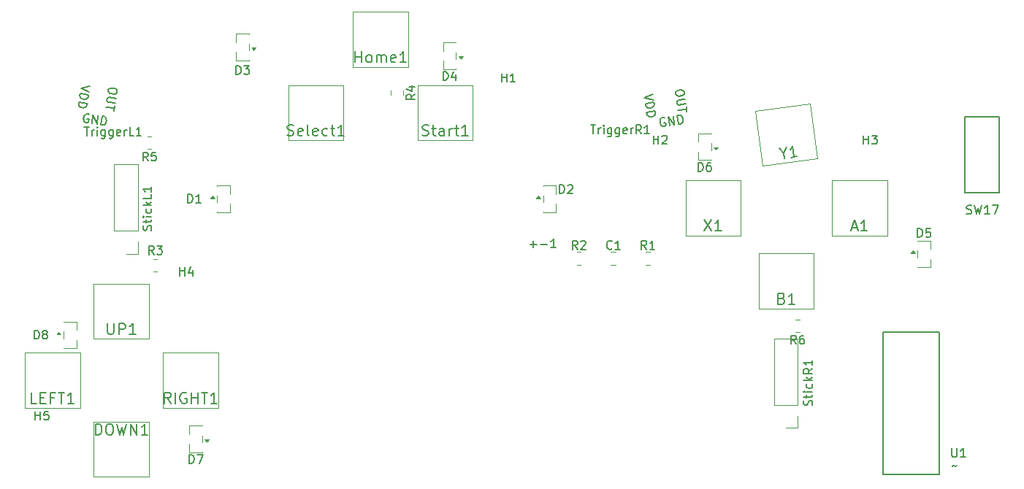
<source format=gbr>
%TF.GenerationSoftware,KiCad,Pcbnew,9.0.7*%
%TF.CreationDate,2026-01-05T21:06:01+01:00*%
%TF.ProjectId,pcb_phone_controller,7063625f-7068-46f6-9e65-5f636f6e7472,rev?*%
%TF.SameCoordinates,Original*%
%TF.FileFunction,Legend,Top*%
%TF.FilePolarity,Positive*%
%FSLAX46Y46*%
G04 Gerber Fmt 4.6, Leading zero omitted, Abs format (unit mm)*
G04 Created by KiCad (PCBNEW 9.0.7) date 2026-01-05 21:06:01*
%MOMM*%
%LPD*%
G01*
G04 APERTURE LIST*
%ADD10C,0.200000*%
%ADD11C,0.150000*%
%ADD12C,0.120000*%
%ADD13C,0.100000*%
%ADD14C,0.152400*%
G04 APERTURE END LIST*
D10*
X208225000Y-131050000D02*
X214750000Y-131050000D01*
X214750000Y-147575000D01*
X208225000Y-147575000D01*
X208225000Y-131050000D01*
D11*
X176833333Y-121359580D02*
X176785714Y-121407200D01*
X176785714Y-121407200D02*
X176642857Y-121454819D01*
X176642857Y-121454819D02*
X176547619Y-121454819D01*
X176547619Y-121454819D02*
X176404762Y-121407200D01*
X176404762Y-121407200D02*
X176309524Y-121311961D01*
X176309524Y-121311961D02*
X176261905Y-121216723D01*
X176261905Y-121216723D02*
X176214286Y-121026247D01*
X176214286Y-121026247D02*
X176214286Y-120883390D01*
X176214286Y-120883390D02*
X176261905Y-120692914D01*
X176261905Y-120692914D02*
X176309524Y-120597676D01*
X176309524Y-120597676D02*
X176404762Y-120502438D01*
X176404762Y-120502438D02*
X176547619Y-120454819D01*
X176547619Y-120454819D02*
X176642857Y-120454819D01*
X176642857Y-120454819D02*
X176785714Y-120502438D01*
X176785714Y-120502438D02*
X176833333Y-120550057D01*
X177785714Y-121454819D02*
X177214286Y-121454819D01*
X177500000Y-121454819D02*
X177500000Y-120454819D01*
X177500000Y-120454819D02*
X177404762Y-120597676D01*
X177404762Y-120597676D02*
X177309524Y-120692914D01*
X177309524Y-120692914D02*
X177214286Y-120740533D01*
X139204048Y-108212940D02*
X139385477Y-108273416D01*
X139385477Y-108273416D02*
X139687858Y-108273416D01*
X139687858Y-108273416D02*
X139808810Y-108212940D01*
X139808810Y-108212940D02*
X139869286Y-108152463D01*
X139869286Y-108152463D02*
X139929763Y-108031511D01*
X139929763Y-108031511D02*
X139929763Y-107910559D01*
X139929763Y-107910559D02*
X139869286Y-107789606D01*
X139869286Y-107789606D02*
X139808810Y-107729130D01*
X139808810Y-107729130D02*
X139687858Y-107668654D01*
X139687858Y-107668654D02*
X139445953Y-107608178D01*
X139445953Y-107608178D02*
X139325001Y-107547701D01*
X139325001Y-107547701D02*
X139264524Y-107487225D01*
X139264524Y-107487225D02*
X139204048Y-107366273D01*
X139204048Y-107366273D02*
X139204048Y-107245320D01*
X139204048Y-107245320D02*
X139264524Y-107124368D01*
X139264524Y-107124368D02*
X139325001Y-107063892D01*
X139325001Y-107063892D02*
X139445953Y-107003416D01*
X139445953Y-107003416D02*
X139748334Y-107003416D01*
X139748334Y-107003416D02*
X139929763Y-107063892D01*
X140957858Y-108212940D02*
X140836906Y-108273416D01*
X140836906Y-108273416D02*
X140595001Y-108273416D01*
X140595001Y-108273416D02*
X140474048Y-108212940D01*
X140474048Y-108212940D02*
X140413572Y-108091987D01*
X140413572Y-108091987D02*
X140413572Y-107608178D01*
X140413572Y-107608178D02*
X140474048Y-107487225D01*
X140474048Y-107487225D02*
X140595001Y-107426749D01*
X140595001Y-107426749D02*
X140836906Y-107426749D01*
X140836906Y-107426749D02*
X140957858Y-107487225D01*
X140957858Y-107487225D02*
X141018334Y-107608178D01*
X141018334Y-107608178D02*
X141018334Y-107729130D01*
X141018334Y-107729130D02*
X140413572Y-107850082D01*
X141744048Y-108273416D02*
X141623096Y-108212940D01*
X141623096Y-108212940D02*
X141562619Y-108091987D01*
X141562619Y-108091987D02*
X141562619Y-107003416D01*
X142711667Y-108212940D02*
X142590715Y-108273416D01*
X142590715Y-108273416D02*
X142348810Y-108273416D01*
X142348810Y-108273416D02*
X142227857Y-108212940D01*
X142227857Y-108212940D02*
X142167381Y-108091987D01*
X142167381Y-108091987D02*
X142167381Y-107608178D01*
X142167381Y-107608178D02*
X142227857Y-107487225D01*
X142227857Y-107487225D02*
X142348810Y-107426749D01*
X142348810Y-107426749D02*
X142590715Y-107426749D01*
X142590715Y-107426749D02*
X142711667Y-107487225D01*
X142711667Y-107487225D02*
X142772143Y-107608178D01*
X142772143Y-107608178D02*
X142772143Y-107729130D01*
X142772143Y-107729130D02*
X142167381Y-107850082D01*
X143860714Y-108212940D02*
X143739762Y-108273416D01*
X143739762Y-108273416D02*
X143497857Y-108273416D01*
X143497857Y-108273416D02*
X143376905Y-108212940D01*
X143376905Y-108212940D02*
X143316428Y-108152463D01*
X143316428Y-108152463D02*
X143255952Y-108031511D01*
X143255952Y-108031511D02*
X143255952Y-107668654D01*
X143255952Y-107668654D02*
X143316428Y-107547701D01*
X143316428Y-107547701D02*
X143376905Y-107487225D01*
X143376905Y-107487225D02*
X143497857Y-107426749D01*
X143497857Y-107426749D02*
X143739762Y-107426749D01*
X143739762Y-107426749D02*
X143860714Y-107487225D01*
X144223571Y-107426749D02*
X144707380Y-107426749D01*
X144404999Y-107003416D02*
X144404999Y-108091987D01*
X144404999Y-108091987D02*
X144465476Y-108212940D01*
X144465476Y-108212940D02*
X144586428Y-108273416D01*
X144586428Y-108273416D02*
X144707380Y-108273416D01*
X145795952Y-108273416D02*
X145070237Y-108273416D01*
X145433094Y-108273416D02*
X145433094Y-107003416D01*
X145433094Y-107003416D02*
X145312142Y-107184844D01*
X145312142Y-107184844D02*
X145191190Y-107305797D01*
X145191190Y-107305797D02*
X145070237Y-107366273D01*
X181638095Y-109254819D02*
X181638095Y-108254819D01*
X181638095Y-108731009D02*
X182209523Y-108731009D01*
X182209523Y-109254819D02*
X182209523Y-108254819D01*
X182638095Y-108350057D02*
X182685714Y-108302438D01*
X182685714Y-108302438D02*
X182780952Y-108254819D01*
X182780952Y-108254819D02*
X183019047Y-108254819D01*
X183019047Y-108254819D02*
X183114285Y-108302438D01*
X183114285Y-108302438D02*
X183161904Y-108350057D01*
X183161904Y-108350057D02*
X183209523Y-108445295D01*
X183209523Y-108445295D02*
X183209523Y-108540533D01*
X183209523Y-108540533D02*
X183161904Y-108683390D01*
X183161904Y-108683390D02*
X182590476Y-109254819D01*
X182590476Y-109254819D02*
X183209523Y-109254819D01*
X180833333Y-121454819D02*
X180500000Y-120978628D01*
X180261905Y-121454819D02*
X180261905Y-120454819D01*
X180261905Y-120454819D02*
X180642857Y-120454819D01*
X180642857Y-120454819D02*
X180738095Y-120502438D01*
X180738095Y-120502438D02*
X180785714Y-120550057D01*
X180785714Y-120550057D02*
X180833333Y-120645295D01*
X180833333Y-120645295D02*
X180833333Y-120788152D01*
X180833333Y-120788152D02*
X180785714Y-120883390D01*
X180785714Y-120883390D02*
X180738095Y-120931009D01*
X180738095Y-120931009D02*
X180642857Y-120978628D01*
X180642857Y-120978628D02*
X180261905Y-120978628D01*
X181785714Y-121454819D02*
X181214286Y-121454819D01*
X181500000Y-121454819D02*
X181500000Y-120454819D01*
X181500000Y-120454819D02*
X181404762Y-120597676D01*
X181404762Y-120597676D02*
X181309524Y-120692914D01*
X181309524Y-120692914D02*
X181214286Y-120740533D01*
X154839047Y-108212940D02*
X155020476Y-108273416D01*
X155020476Y-108273416D02*
X155322857Y-108273416D01*
X155322857Y-108273416D02*
X155443809Y-108212940D01*
X155443809Y-108212940D02*
X155504285Y-108152463D01*
X155504285Y-108152463D02*
X155564762Y-108031511D01*
X155564762Y-108031511D02*
X155564762Y-107910559D01*
X155564762Y-107910559D02*
X155504285Y-107789606D01*
X155504285Y-107789606D02*
X155443809Y-107729130D01*
X155443809Y-107729130D02*
X155322857Y-107668654D01*
X155322857Y-107668654D02*
X155080952Y-107608178D01*
X155080952Y-107608178D02*
X154960000Y-107547701D01*
X154960000Y-107547701D02*
X154899523Y-107487225D01*
X154899523Y-107487225D02*
X154839047Y-107366273D01*
X154839047Y-107366273D02*
X154839047Y-107245320D01*
X154839047Y-107245320D02*
X154899523Y-107124368D01*
X154899523Y-107124368D02*
X154960000Y-107063892D01*
X154960000Y-107063892D02*
X155080952Y-107003416D01*
X155080952Y-107003416D02*
X155383333Y-107003416D01*
X155383333Y-107003416D02*
X155564762Y-107063892D01*
X155927619Y-107426749D02*
X156411428Y-107426749D01*
X156109047Y-107003416D02*
X156109047Y-108091987D01*
X156109047Y-108091987D02*
X156169524Y-108212940D01*
X156169524Y-108212940D02*
X156290476Y-108273416D01*
X156290476Y-108273416D02*
X156411428Y-108273416D01*
X157379047Y-108273416D02*
X157379047Y-107608178D01*
X157379047Y-107608178D02*
X157318571Y-107487225D01*
X157318571Y-107487225D02*
X157197619Y-107426749D01*
X157197619Y-107426749D02*
X156955714Y-107426749D01*
X156955714Y-107426749D02*
X156834761Y-107487225D01*
X157379047Y-108212940D02*
X157258095Y-108273416D01*
X157258095Y-108273416D02*
X156955714Y-108273416D01*
X156955714Y-108273416D02*
X156834761Y-108212940D01*
X156834761Y-108212940D02*
X156774285Y-108091987D01*
X156774285Y-108091987D02*
X156774285Y-107971035D01*
X156774285Y-107971035D02*
X156834761Y-107850082D01*
X156834761Y-107850082D02*
X156955714Y-107789606D01*
X156955714Y-107789606D02*
X157258095Y-107789606D01*
X157258095Y-107789606D02*
X157379047Y-107729130D01*
X157983809Y-108273416D02*
X157983809Y-107426749D01*
X157983809Y-107668654D02*
X158044286Y-107547701D01*
X158044286Y-107547701D02*
X158104762Y-107487225D01*
X158104762Y-107487225D02*
X158225714Y-107426749D01*
X158225714Y-107426749D02*
X158346667Y-107426749D01*
X158588571Y-107426749D02*
X159072380Y-107426749D01*
X158769999Y-107003416D02*
X158769999Y-108091987D01*
X158769999Y-108091987D02*
X158830476Y-108212940D01*
X158830476Y-108212940D02*
X158951428Y-108273416D01*
X158951428Y-108273416D02*
X159072380Y-108273416D01*
X160160952Y-108273416D02*
X159435237Y-108273416D01*
X159798094Y-108273416D02*
X159798094Y-107003416D01*
X159798094Y-107003416D02*
X159677142Y-107184844D01*
X159677142Y-107184844D02*
X159556190Y-107305797D01*
X159556190Y-107305797D02*
X159435237Y-107366273D01*
X217940476Y-117307200D02*
X218083333Y-117354819D01*
X218083333Y-117354819D02*
X218321428Y-117354819D01*
X218321428Y-117354819D02*
X218416666Y-117307200D01*
X218416666Y-117307200D02*
X218464285Y-117259580D01*
X218464285Y-117259580D02*
X218511904Y-117164342D01*
X218511904Y-117164342D02*
X218511904Y-117069104D01*
X218511904Y-117069104D02*
X218464285Y-116973866D01*
X218464285Y-116973866D02*
X218416666Y-116926247D01*
X218416666Y-116926247D02*
X218321428Y-116878628D01*
X218321428Y-116878628D02*
X218130952Y-116831009D01*
X218130952Y-116831009D02*
X218035714Y-116783390D01*
X218035714Y-116783390D02*
X217988095Y-116735771D01*
X217988095Y-116735771D02*
X217940476Y-116640533D01*
X217940476Y-116640533D02*
X217940476Y-116545295D01*
X217940476Y-116545295D02*
X217988095Y-116450057D01*
X217988095Y-116450057D02*
X218035714Y-116402438D01*
X218035714Y-116402438D02*
X218130952Y-116354819D01*
X218130952Y-116354819D02*
X218369047Y-116354819D01*
X218369047Y-116354819D02*
X218511904Y-116402438D01*
X218845238Y-116354819D02*
X219083333Y-117354819D01*
X219083333Y-117354819D02*
X219273809Y-116640533D01*
X219273809Y-116640533D02*
X219464285Y-117354819D01*
X219464285Y-117354819D02*
X219702381Y-116354819D01*
X220607142Y-117354819D02*
X220035714Y-117354819D01*
X220321428Y-117354819D02*
X220321428Y-116354819D01*
X220321428Y-116354819D02*
X220226190Y-116497676D01*
X220226190Y-116497676D02*
X220130952Y-116592914D01*
X220130952Y-116592914D02*
X220035714Y-116640533D01*
X220940476Y-116354819D02*
X221607142Y-116354819D01*
X221607142Y-116354819D02*
X221178571Y-117354819D01*
X133261905Y-101154819D02*
X133261905Y-100154819D01*
X133261905Y-100154819D02*
X133500000Y-100154819D01*
X133500000Y-100154819D02*
X133642857Y-100202438D01*
X133642857Y-100202438D02*
X133738095Y-100297676D01*
X133738095Y-100297676D02*
X133785714Y-100392914D01*
X133785714Y-100392914D02*
X133833333Y-100583390D01*
X133833333Y-100583390D02*
X133833333Y-100726247D01*
X133833333Y-100726247D02*
X133785714Y-100916723D01*
X133785714Y-100916723D02*
X133738095Y-101011961D01*
X133738095Y-101011961D02*
X133642857Y-101107200D01*
X133642857Y-101107200D02*
X133500000Y-101154819D01*
X133500000Y-101154819D02*
X133261905Y-101154819D01*
X134166667Y-100154819D02*
X134785714Y-100154819D01*
X134785714Y-100154819D02*
X134452381Y-100535771D01*
X134452381Y-100535771D02*
X134595238Y-100535771D01*
X134595238Y-100535771D02*
X134690476Y-100583390D01*
X134690476Y-100583390D02*
X134738095Y-100631009D01*
X134738095Y-100631009D02*
X134785714Y-100726247D01*
X134785714Y-100726247D02*
X134785714Y-100964342D01*
X134785714Y-100964342D02*
X134738095Y-101059580D01*
X134738095Y-101059580D02*
X134690476Y-101107200D01*
X134690476Y-101107200D02*
X134595238Y-101154819D01*
X134595238Y-101154819D02*
X134309524Y-101154819D01*
X134309524Y-101154819D02*
X134214286Y-101107200D01*
X134214286Y-101107200D02*
X134166667Y-101059580D01*
X123033333Y-111204819D02*
X122700000Y-110728628D01*
X122461905Y-111204819D02*
X122461905Y-110204819D01*
X122461905Y-110204819D02*
X122842857Y-110204819D01*
X122842857Y-110204819D02*
X122938095Y-110252438D01*
X122938095Y-110252438D02*
X122985714Y-110300057D01*
X122985714Y-110300057D02*
X123033333Y-110395295D01*
X123033333Y-110395295D02*
X123033333Y-110538152D01*
X123033333Y-110538152D02*
X122985714Y-110633390D01*
X122985714Y-110633390D02*
X122938095Y-110681009D01*
X122938095Y-110681009D02*
X122842857Y-110728628D01*
X122842857Y-110728628D02*
X122461905Y-110728628D01*
X123938095Y-110204819D02*
X123461905Y-110204819D01*
X123461905Y-110204819D02*
X123414286Y-110681009D01*
X123414286Y-110681009D02*
X123461905Y-110633390D01*
X123461905Y-110633390D02*
X123557143Y-110585771D01*
X123557143Y-110585771D02*
X123795238Y-110585771D01*
X123795238Y-110585771D02*
X123890476Y-110633390D01*
X123890476Y-110633390D02*
X123938095Y-110681009D01*
X123938095Y-110681009D02*
X123985714Y-110776247D01*
X123985714Y-110776247D02*
X123985714Y-111014342D01*
X123985714Y-111014342D02*
X123938095Y-111109580D01*
X123938095Y-111109580D02*
X123890476Y-111157200D01*
X123890476Y-111157200D02*
X123795238Y-111204819D01*
X123795238Y-111204819D02*
X123557143Y-111204819D01*
X123557143Y-111204819D02*
X123461905Y-111157200D01*
X123461905Y-111157200D02*
X123414286Y-111109580D01*
X198183333Y-132454819D02*
X197850000Y-131978628D01*
X197611905Y-132454819D02*
X197611905Y-131454819D01*
X197611905Y-131454819D02*
X197992857Y-131454819D01*
X197992857Y-131454819D02*
X198088095Y-131502438D01*
X198088095Y-131502438D02*
X198135714Y-131550057D01*
X198135714Y-131550057D02*
X198183333Y-131645295D01*
X198183333Y-131645295D02*
X198183333Y-131788152D01*
X198183333Y-131788152D02*
X198135714Y-131883390D01*
X198135714Y-131883390D02*
X198088095Y-131931009D01*
X198088095Y-131931009D02*
X197992857Y-131978628D01*
X197992857Y-131978628D02*
X197611905Y-131978628D01*
X199040476Y-131454819D02*
X198850000Y-131454819D01*
X198850000Y-131454819D02*
X198754762Y-131502438D01*
X198754762Y-131502438D02*
X198707143Y-131550057D01*
X198707143Y-131550057D02*
X198611905Y-131692914D01*
X198611905Y-131692914D02*
X198564286Y-131883390D01*
X198564286Y-131883390D02*
X198564286Y-132264342D01*
X198564286Y-132264342D02*
X198611905Y-132359580D01*
X198611905Y-132359580D02*
X198659524Y-132407200D01*
X198659524Y-132407200D02*
X198754762Y-132454819D01*
X198754762Y-132454819D02*
X198945238Y-132454819D01*
X198945238Y-132454819D02*
X199040476Y-132407200D01*
X199040476Y-132407200D02*
X199088095Y-132359580D01*
X199088095Y-132359580D02*
X199135714Y-132264342D01*
X199135714Y-132264342D02*
X199135714Y-132026247D01*
X199135714Y-132026247D02*
X199088095Y-131931009D01*
X199088095Y-131931009D02*
X199040476Y-131883390D01*
X199040476Y-131883390D02*
X198945238Y-131835771D01*
X198945238Y-131835771D02*
X198754762Y-131835771D01*
X198754762Y-131835771D02*
X198659524Y-131883390D01*
X198659524Y-131883390D02*
X198611905Y-131931009D01*
X198611905Y-131931009D02*
X198564286Y-132026247D01*
X127824405Y-146304819D02*
X127824405Y-145304819D01*
X127824405Y-145304819D02*
X128062500Y-145304819D01*
X128062500Y-145304819D02*
X128205357Y-145352438D01*
X128205357Y-145352438D02*
X128300595Y-145447676D01*
X128300595Y-145447676D02*
X128348214Y-145542914D01*
X128348214Y-145542914D02*
X128395833Y-145733390D01*
X128395833Y-145733390D02*
X128395833Y-145876247D01*
X128395833Y-145876247D02*
X128348214Y-146066723D01*
X128348214Y-146066723D02*
X128300595Y-146161961D01*
X128300595Y-146161961D02*
X128205357Y-146257200D01*
X128205357Y-146257200D02*
X128062500Y-146304819D01*
X128062500Y-146304819D02*
X127824405Y-146304819D01*
X128729167Y-145304819D02*
X129395833Y-145304819D01*
X129395833Y-145304819D02*
X128967262Y-146304819D01*
X109988095Y-141254819D02*
X109988095Y-140254819D01*
X109988095Y-140731009D02*
X110559523Y-140731009D01*
X110559523Y-141254819D02*
X110559523Y-140254819D01*
X111511904Y-140254819D02*
X111035714Y-140254819D01*
X111035714Y-140254819D02*
X110988095Y-140731009D01*
X110988095Y-140731009D02*
X111035714Y-140683390D01*
X111035714Y-140683390D02*
X111130952Y-140635771D01*
X111130952Y-140635771D02*
X111369047Y-140635771D01*
X111369047Y-140635771D02*
X111464285Y-140683390D01*
X111464285Y-140683390D02*
X111511904Y-140731009D01*
X111511904Y-140731009D02*
X111559523Y-140826247D01*
X111559523Y-140826247D02*
X111559523Y-141064342D01*
X111559523Y-141064342D02*
X111511904Y-141159580D01*
X111511904Y-141159580D02*
X111464285Y-141207200D01*
X111464285Y-141207200D02*
X111369047Y-141254819D01*
X111369047Y-141254819D02*
X111130952Y-141254819D01*
X111130952Y-141254819D02*
X111035714Y-141207200D01*
X111035714Y-141207200D02*
X110988095Y-141159580D01*
X212261905Y-120054819D02*
X212261905Y-119054819D01*
X212261905Y-119054819D02*
X212500000Y-119054819D01*
X212500000Y-119054819D02*
X212642857Y-119102438D01*
X212642857Y-119102438D02*
X212738095Y-119197676D01*
X212738095Y-119197676D02*
X212785714Y-119292914D01*
X212785714Y-119292914D02*
X212833333Y-119483390D01*
X212833333Y-119483390D02*
X212833333Y-119626247D01*
X212833333Y-119626247D02*
X212785714Y-119816723D01*
X212785714Y-119816723D02*
X212738095Y-119911961D01*
X212738095Y-119911961D02*
X212642857Y-120007200D01*
X212642857Y-120007200D02*
X212500000Y-120054819D01*
X212500000Y-120054819D02*
X212261905Y-120054819D01*
X213738095Y-119054819D02*
X213261905Y-119054819D01*
X213261905Y-119054819D02*
X213214286Y-119531009D01*
X213214286Y-119531009D02*
X213261905Y-119483390D01*
X213261905Y-119483390D02*
X213357143Y-119435771D01*
X213357143Y-119435771D02*
X213595238Y-119435771D01*
X213595238Y-119435771D02*
X213690476Y-119483390D01*
X213690476Y-119483390D02*
X213738095Y-119531009D01*
X213738095Y-119531009D02*
X213785714Y-119626247D01*
X213785714Y-119626247D02*
X213785714Y-119864342D01*
X213785714Y-119864342D02*
X213738095Y-119959580D01*
X213738095Y-119959580D02*
X213690476Y-120007200D01*
X213690476Y-120007200D02*
X213595238Y-120054819D01*
X213595238Y-120054819D02*
X213357143Y-120054819D01*
X213357143Y-120054819D02*
X213261905Y-120007200D01*
X213261905Y-120007200D02*
X213214286Y-119959580D01*
X123407200Y-119253809D02*
X123454819Y-119110952D01*
X123454819Y-119110952D02*
X123454819Y-118872857D01*
X123454819Y-118872857D02*
X123407200Y-118777619D01*
X123407200Y-118777619D02*
X123359580Y-118730000D01*
X123359580Y-118730000D02*
X123264342Y-118682381D01*
X123264342Y-118682381D02*
X123169104Y-118682381D01*
X123169104Y-118682381D02*
X123073866Y-118730000D01*
X123073866Y-118730000D02*
X123026247Y-118777619D01*
X123026247Y-118777619D02*
X122978628Y-118872857D01*
X122978628Y-118872857D02*
X122931009Y-119063333D01*
X122931009Y-119063333D02*
X122883390Y-119158571D01*
X122883390Y-119158571D02*
X122835771Y-119206190D01*
X122835771Y-119206190D02*
X122740533Y-119253809D01*
X122740533Y-119253809D02*
X122645295Y-119253809D01*
X122645295Y-119253809D02*
X122550057Y-119206190D01*
X122550057Y-119206190D02*
X122502438Y-119158571D01*
X122502438Y-119158571D02*
X122454819Y-119063333D01*
X122454819Y-119063333D02*
X122454819Y-118825238D01*
X122454819Y-118825238D02*
X122502438Y-118682381D01*
X122788152Y-118396666D02*
X122788152Y-118015714D01*
X122454819Y-118253809D02*
X123311961Y-118253809D01*
X123311961Y-118253809D02*
X123407200Y-118206190D01*
X123407200Y-118206190D02*
X123454819Y-118110952D01*
X123454819Y-118110952D02*
X123454819Y-118015714D01*
X123454819Y-117682380D02*
X122788152Y-117682380D01*
X122454819Y-117682380D02*
X122502438Y-117729999D01*
X122502438Y-117729999D02*
X122550057Y-117682380D01*
X122550057Y-117682380D02*
X122502438Y-117634761D01*
X122502438Y-117634761D02*
X122454819Y-117682380D01*
X122454819Y-117682380D02*
X122550057Y-117682380D01*
X123407200Y-116777619D02*
X123454819Y-116872857D01*
X123454819Y-116872857D02*
X123454819Y-117063333D01*
X123454819Y-117063333D02*
X123407200Y-117158571D01*
X123407200Y-117158571D02*
X123359580Y-117206190D01*
X123359580Y-117206190D02*
X123264342Y-117253809D01*
X123264342Y-117253809D02*
X122978628Y-117253809D01*
X122978628Y-117253809D02*
X122883390Y-117206190D01*
X122883390Y-117206190D02*
X122835771Y-117158571D01*
X122835771Y-117158571D02*
X122788152Y-117063333D01*
X122788152Y-117063333D02*
X122788152Y-116872857D01*
X122788152Y-116872857D02*
X122835771Y-116777619D01*
X123454819Y-116349047D02*
X122454819Y-116349047D01*
X123073866Y-116253809D02*
X123454819Y-115968095D01*
X122788152Y-115968095D02*
X123169104Y-116349047D01*
X123454819Y-115063333D02*
X123454819Y-115539523D01*
X123454819Y-115539523D02*
X122454819Y-115539523D01*
X123454819Y-114206190D02*
X123454819Y-114777618D01*
X123454819Y-114491904D02*
X122454819Y-114491904D01*
X122454819Y-114491904D02*
X122597676Y-114587142D01*
X122597676Y-114587142D02*
X122692914Y-114682380D01*
X122692914Y-114682380D02*
X122740533Y-114777618D01*
X115642857Y-107254819D02*
X116214285Y-107254819D01*
X115928571Y-108254819D02*
X115928571Y-107254819D01*
X116547619Y-108254819D02*
X116547619Y-107588152D01*
X116547619Y-107778628D02*
X116595238Y-107683390D01*
X116595238Y-107683390D02*
X116642857Y-107635771D01*
X116642857Y-107635771D02*
X116738095Y-107588152D01*
X116738095Y-107588152D02*
X116833333Y-107588152D01*
X117166667Y-108254819D02*
X117166667Y-107588152D01*
X117166667Y-107254819D02*
X117119048Y-107302438D01*
X117119048Y-107302438D02*
X117166667Y-107350057D01*
X117166667Y-107350057D02*
X117214286Y-107302438D01*
X117214286Y-107302438D02*
X117166667Y-107254819D01*
X117166667Y-107254819D02*
X117166667Y-107350057D01*
X118071428Y-107588152D02*
X118071428Y-108397676D01*
X118071428Y-108397676D02*
X118023809Y-108492914D01*
X118023809Y-108492914D02*
X117976190Y-108540533D01*
X117976190Y-108540533D02*
X117880952Y-108588152D01*
X117880952Y-108588152D02*
X117738095Y-108588152D01*
X117738095Y-108588152D02*
X117642857Y-108540533D01*
X118071428Y-108207200D02*
X117976190Y-108254819D01*
X117976190Y-108254819D02*
X117785714Y-108254819D01*
X117785714Y-108254819D02*
X117690476Y-108207200D01*
X117690476Y-108207200D02*
X117642857Y-108159580D01*
X117642857Y-108159580D02*
X117595238Y-108064342D01*
X117595238Y-108064342D02*
X117595238Y-107778628D01*
X117595238Y-107778628D02*
X117642857Y-107683390D01*
X117642857Y-107683390D02*
X117690476Y-107635771D01*
X117690476Y-107635771D02*
X117785714Y-107588152D01*
X117785714Y-107588152D02*
X117976190Y-107588152D01*
X117976190Y-107588152D02*
X118071428Y-107635771D01*
X118976190Y-107588152D02*
X118976190Y-108397676D01*
X118976190Y-108397676D02*
X118928571Y-108492914D01*
X118928571Y-108492914D02*
X118880952Y-108540533D01*
X118880952Y-108540533D02*
X118785714Y-108588152D01*
X118785714Y-108588152D02*
X118642857Y-108588152D01*
X118642857Y-108588152D02*
X118547619Y-108540533D01*
X118976190Y-108207200D02*
X118880952Y-108254819D01*
X118880952Y-108254819D02*
X118690476Y-108254819D01*
X118690476Y-108254819D02*
X118595238Y-108207200D01*
X118595238Y-108207200D02*
X118547619Y-108159580D01*
X118547619Y-108159580D02*
X118500000Y-108064342D01*
X118500000Y-108064342D02*
X118500000Y-107778628D01*
X118500000Y-107778628D02*
X118547619Y-107683390D01*
X118547619Y-107683390D02*
X118595238Y-107635771D01*
X118595238Y-107635771D02*
X118690476Y-107588152D01*
X118690476Y-107588152D02*
X118880952Y-107588152D01*
X118880952Y-107588152D02*
X118976190Y-107635771D01*
X119833333Y-108207200D02*
X119738095Y-108254819D01*
X119738095Y-108254819D02*
X119547619Y-108254819D01*
X119547619Y-108254819D02*
X119452381Y-108207200D01*
X119452381Y-108207200D02*
X119404762Y-108111961D01*
X119404762Y-108111961D02*
X119404762Y-107731009D01*
X119404762Y-107731009D02*
X119452381Y-107635771D01*
X119452381Y-107635771D02*
X119547619Y-107588152D01*
X119547619Y-107588152D02*
X119738095Y-107588152D01*
X119738095Y-107588152D02*
X119833333Y-107635771D01*
X119833333Y-107635771D02*
X119880952Y-107731009D01*
X119880952Y-107731009D02*
X119880952Y-107826247D01*
X119880952Y-107826247D02*
X119404762Y-107921485D01*
X120309524Y-108254819D02*
X120309524Y-107588152D01*
X120309524Y-107778628D02*
X120357143Y-107683390D01*
X120357143Y-107683390D02*
X120404762Y-107635771D01*
X120404762Y-107635771D02*
X120500000Y-107588152D01*
X120500000Y-107588152D02*
X120595238Y-107588152D01*
X121404762Y-108254819D02*
X120928572Y-108254819D01*
X120928572Y-108254819D02*
X120928572Y-107254819D01*
X122261905Y-108254819D02*
X121690477Y-108254819D01*
X121976191Y-108254819D02*
X121976191Y-107254819D01*
X121976191Y-107254819D02*
X121880953Y-107397676D01*
X121880953Y-107397676D02*
X121785715Y-107492914D01*
X121785715Y-107492914D02*
X121690477Y-107540533D01*
X119447542Y-103076729D02*
X119421516Y-103265419D01*
X119421516Y-103265419D02*
X119361331Y-103353258D01*
X119361331Y-103353258D02*
X119253974Y-103434590D01*
X119253974Y-103434590D02*
X119058778Y-103455737D01*
X119058778Y-103455737D02*
X118728570Y-103410193D01*
X118728570Y-103410193D02*
X118546387Y-103336996D01*
X118546387Y-103336996D02*
X118465054Y-103229638D01*
X118465054Y-103229638D02*
X118430895Y-103128787D01*
X118430895Y-103128787D02*
X118456920Y-102940097D01*
X118456920Y-102940097D02*
X118517105Y-102852258D01*
X118517105Y-102852258D02*
X118624462Y-102770926D01*
X118624462Y-102770926D02*
X118819658Y-102749779D01*
X118819658Y-102749779D02*
X119149866Y-102795323D01*
X119149866Y-102795323D02*
X119332049Y-102868520D01*
X119332049Y-102868520D02*
X119413382Y-102975878D01*
X119413382Y-102975878D02*
X119447542Y-103076729D01*
X119330428Y-103925834D02*
X118528496Y-103815227D01*
X118528496Y-103815227D02*
X118427645Y-103849387D01*
X118427645Y-103849387D02*
X118373966Y-103890053D01*
X118373966Y-103890053D02*
X118313781Y-103977891D01*
X118313781Y-103977891D02*
X118287756Y-104166581D01*
X118287756Y-104166581D02*
X118321916Y-104267433D01*
X118321916Y-104267433D02*
X118362582Y-104321111D01*
X118362582Y-104321111D02*
X118450421Y-104381296D01*
X118450421Y-104381296D02*
X119252353Y-104491903D01*
X119206809Y-104822110D02*
X119128734Y-105388180D01*
X118177149Y-104968513D02*
X119167771Y-105105145D01*
X116200430Y-105845174D02*
X116112591Y-105784989D01*
X116112591Y-105784989D02*
X115971074Y-105765470D01*
X115971074Y-105765470D02*
X115823050Y-105793124D01*
X115823050Y-105793124D02*
X115715693Y-105874456D01*
X115715693Y-105874456D02*
X115655508Y-105962295D01*
X115655508Y-105962295D02*
X115582310Y-106144478D01*
X115582310Y-106144478D02*
X115562791Y-106285996D01*
X115562791Y-106285996D02*
X115583939Y-106481192D01*
X115583939Y-106481192D02*
X115618099Y-106582043D01*
X115618099Y-106582043D02*
X115699431Y-106689401D01*
X115699431Y-106689401D02*
X115834442Y-106756092D01*
X115834442Y-106756092D02*
X115928787Y-106769104D01*
X115928787Y-106769104D02*
X116076811Y-106741451D01*
X116076811Y-106741451D02*
X116130489Y-106700785D01*
X116130489Y-106700785D02*
X116176033Y-106370577D01*
X116176033Y-106370577D02*
X115987344Y-106344552D01*
X116542029Y-106853686D02*
X116678661Y-105863064D01*
X116678661Y-105863064D02*
X117108099Y-106931762D01*
X117108099Y-106931762D02*
X117244731Y-105941140D01*
X117579823Y-106996824D02*
X117716455Y-106006203D01*
X117716455Y-106006203D02*
X117952318Y-106038734D01*
X117952318Y-106038734D02*
X118087329Y-106105425D01*
X118087329Y-106105425D02*
X118168661Y-106212783D01*
X118168661Y-106212783D02*
X118202821Y-106313634D01*
X118202821Y-106313634D02*
X118223968Y-106508830D01*
X118223968Y-106508830D02*
X118204450Y-106650348D01*
X118204450Y-106650348D02*
X118131252Y-106832531D01*
X118131252Y-106832531D02*
X118071067Y-106920370D01*
X118071067Y-106920370D02*
X117963709Y-107001702D01*
X117963709Y-107001702D02*
X117815686Y-107029356D01*
X117815686Y-107029356D02*
X117579823Y-106996824D01*
X116293086Y-102546522D02*
X115256920Y-102740097D01*
X115256920Y-102740097D02*
X116201998Y-103206936D01*
X115165832Y-103400512D02*
X116156454Y-103537144D01*
X116156454Y-103537144D02*
X116123922Y-103773006D01*
X116123922Y-103773006D02*
X116057231Y-103908017D01*
X116057231Y-103908017D02*
X115949873Y-103989350D01*
X115949873Y-103989350D02*
X115849022Y-104023510D01*
X115849022Y-104023510D02*
X115653826Y-104044657D01*
X115653826Y-104044657D02*
X115512308Y-104025138D01*
X115512308Y-104025138D02*
X115330125Y-103951940D01*
X115330125Y-103951940D02*
X115242286Y-103891755D01*
X115242286Y-103891755D02*
X115160954Y-103784398D01*
X115160954Y-103784398D02*
X115133300Y-103636374D01*
X115133300Y-103636374D02*
X115165832Y-103400512D01*
X115029200Y-104391134D02*
X116019822Y-104527766D01*
X116019822Y-104527766D02*
X115987290Y-104763628D01*
X115987290Y-104763628D02*
X115920599Y-104898639D01*
X115920599Y-104898639D02*
X115813241Y-104979972D01*
X115813241Y-104979972D02*
X115712390Y-105014131D01*
X115712390Y-105014131D02*
X115517194Y-105035279D01*
X115517194Y-105035279D02*
X115375676Y-105015760D01*
X115375676Y-105015760D02*
X115193493Y-104942562D01*
X115193493Y-104942562D02*
X115105654Y-104882377D01*
X115105654Y-104882377D02*
X115024322Y-104775020D01*
X115024322Y-104775020D02*
X114996668Y-104626996D01*
X114996668Y-104626996D02*
X115029200Y-104391134D01*
X196520076Y-127141707D02*
X196701504Y-127202183D01*
X196701504Y-127202183D02*
X196761981Y-127262659D01*
X196761981Y-127262659D02*
X196822457Y-127383611D01*
X196822457Y-127383611D02*
X196822457Y-127565040D01*
X196822457Y-127565040D02*
X196761981Y-127685992D01*
X196761981Y-127685992D02*
X196701504Y-127746469D01*
X196701504Y-127746469D02*
X196580552Y-127806945D01*
X196580552Y-127806945D02*
X196096742Y-127806945D01*
X196096742Y-127806945D02*
X196096742Y-126536945D01*
X196096742Y-126536945D02*
X196520076Y-126536945D01*
X196520076Y-126536945D02*
X196641028Y-126597421D01*
X196641028Y-126597421D02*
X196701504Y-126657897D01*
X196701504Y-126657897D02*
X196761981Y-126778849D01*
X196761981Y-126778849D02*
X196761981Y-126899802D01*
X196761981Y-126899802D02*
X196701504Y-127020754D01*
X196701504Y-127020754D02*
X196641028Y-127081230D01*
X196641028Y-127081230D02*
X196520076Y-127141707D01*
X196520076Y-127141707D02*
X196096742Y-127141707D01*
X198031981Y-127806945D02*
X197306266Y-127806945D01*
X197669123Y-127806945D02*
X197669123Y-126536945D01*
X197669123Y-126536945D02*
X197548171Y-126718373D01*
X197548171Y-126718373D02*
X197427219Y-126839326D01*
X197427219Y-126839326D02*
X197306266Y-126899802D01*
X147066904Y-99773417D02*
X147066904Y-98503417D01*
X147066904Y-99108179D02*
X147792619Y-99108179D01*
X147792619Y-99773417D02*
X147792619Y-98503417D01*
X148578809Y-99773417D02*
X148457857Y-99712941D01*
X148457857Y-99712941D02*
X148397380Y-99652464D01*
X148397380Y-99652464D02*
X148336904Y-99531512D01*
X148336904Y-99531512D02*
X148336904Y-99168655D01*
X148336904Y-99168655D02*
X148397380Y-99047702D01*
X148397380Y-99047702D02*
X148457857Y-98987226D01*
X148457857Y-98987226D02*
X148578809Y-98926750D01*
X148578809Y-98926750D02*
X148760238Y-98926750D01*
X148760238Y-98926750D02*
X148881190Y-98987226D01*
X148881190Y-98987226D02*
X148941666Y-99047702D01*
X148941666Y-99047702D02*
X149002142Y-99168655D01*
X149002142Y-99168655D02*
X149002142Y-99531512D01*
X149002142Y-99531512D02*
X148941666Y-99652464D01*
X148941666Y-99652464D02*
X148881190Y-99712941D01*
X148881190Y-99712941D02*
X148760238Y-99773417D01*
X148760238Y-99773417D02*
X148578809Y-99773417D01*
X149546428Y-99773417D02*
X149546428Y-98926750D01*
X149546428Y-99047702D02*
X149606905Y-98987226D01*
X149606905Y-98987226D02*
X149727857Y-98926750D01*
X149727857Y-98926750D02*
X149909286Y-98926750D01*
X149909286Y-98926750D02*
X150030238Y-98987226D01*
X150030238Y-98987226D02*
X150090714Y-99108179D01*
X150090714Y-99108179D02*
X150090714Y-99773417D01*
X150090714Y-99108179D02*
X150151190Y-98987226D01*
X150151190Y-98987226D02*
X150272143Y-98926750D01*
X150272143Y-98926750D02*
X150453571Y-98926750D01*
X150453571Y-98926750D02*
X150574524Y-98987226D01*
X150574524Y-98987226D02*
X150635000Y-99108179D01*
X150635000Y-99108179D02*
X150635000Y-99773417D01*
X151723571Y-99712941D02*
X151602619Y-99773417D01*
X151602619Y-99773417D02*
X151360714Y-99773417D01*
X151360714Y-99773417D02*
X151239761Y-99712941D01*
X151239761Y-99712941D02*
X151179285Y-99591988D01*
X151179285Y-99591988D02*
X151179285Y-99108179D01*
X151179285Y-99108179D02*
X151239761Y-98987226D01*
X151239761Y-98987226D02*
X151360714Y-98926750D01*
X151360714Y-98926750D02*
X151602619Y-98926750D01*
X151602619Y-98926750D02*
X151723571Y-98987226D01*
X151723571Y-98987226D02*
X151784047Y-99108179D01*
X151784047Y-99108179D02*
X151784047Y-99229131D01*
X151784047Y-99229131D02*
X151179285Y-99350083D01*
X152993571Y-99773417D02*
X152267856Y-99773417D01*
X152630713Y-99773417D02*
X152630713Y-98503417D01*
X152630713Y-98503417D02*
X152509761Y-98684845D01*
X152509761Y-98684845D02*
X152388809Y-98805798D01*
X152388809Y-98805798D02*
X152267856Y-98866274D01*
X164038095Y-102054819D02*
X164038095Y-101054819D01*
X164038095Y-101531009D02*
X164609523Y-101531009D01*
X164609523Y-102054819D02*
X164609523Y-101054819D01*
X165609523Y-102054819D02*
X165038095Y-102054819D01*
X165323809Y-102054819D02*
X165323809Y-101054819D01*
X165323809Y-101054819D02*
X165228571Y-101197676D01*
X165228571Y-101197676D02*
X165133333Y-101292914D01*
X165133333Y-101292914D02*
X165038095Y-101340533D01*
X116972304Y-142979726D02*
X116972304Y-141709726D01*
X116972304Y-141709726D02*
X117274685Y-141709726D01*
X117274685Y-141709726D02*
X117456114Y-141770202D01*
X117456114Y-141770202D02*
X117577066Y-141891154D01*
X117577066Y-141891154D02*
X117637543Y-142012107D01*
X117637543Y-142012107D02*
X117698019Y-142254011D01*
X117698019Y-142254011D02*
X117698019Y-142435440D01*
X117698019Y-142435440D02*
X117637543Y-142677345D01*
X117637543Y-142677345D02*
X117577066Y-142798297D01*
X117577066Y-142798297D02*
X117456114Y-142919250D01*
X117456114Y-142919250D02*
X117274685Y-142979726D01*
X117274685Y-142979726D02*
X116972304Y-142979726D01*
X118484209Y-141709726D02*
X118726114Y-141709726D01*
X118726114Y-141709726D02*
X118847066Y-141770202D01*
X118847066Y-141770202D02*
X118968019Y-141891154D01*
X118968019Y-141891154D02*
X119028495Y-142133059D01*
X119028495Y-142133059D02*
X119028495Y-142556392D01*
X119028495Y-142556392D02*
X118968019Y-142798297D01*
X118968019Y-142798297D02*
X118847066Y-142919250D01*
X118847066Y-142919250D02*
X118726114Y-142979726D01*
X118726114Y-142979726D02*
X118484209Y-142979726D01*
X118484209Y-142979726D02*
X118363257Y-142919250D01*
X118363257Y-142919250D02*
X118242304Y-142798297D01*
X118242304Y-142798297D02*
X118181828Y-142556392D01*
X118181828Y-142556392D02*
X118181828Y-142133059D01*
X118181828Y-142133059D02*
X118242304Y-141891154D01*
X118242304Y-141891154D02*
X118363257Y-141770202D01*
X118363257Y-141770202D02*
X118484209Y-141709726D01*
X119451828Y-141709726D02*
X119754209Y-142979726D01*
X119754209Y-142979726D02*
X119996114Y-142072583D01*
X119996114Y-142072583D02*
X120238019Y-142979726D01*
X120238019Y-142979726D02*
X120540400Y-141709726D01*
X121024209Y-142979726D02*
X121024209Y-141709726D01*
X121024209Y-141709726D02*
X121749924Y-142979726D01*
X121749924Y-142979726D02*
X121749924Y-141709726D01*
X123019924Y-142979726D02*
X122294209Y-142979726D01*
X122657066Y-142979726D02*
X122657066Y-141709726D01*
X122657066Y-141709726D02*
X122536114Y-141891154D01*
X122536114Y-141891154D02*
X122415162Y-142012107D01*
X122415162Y-142012107D02*
X122294209Y-142072583D01*
X186824405Y-112404819D02*
X186824405Y-111404819D01*
X186824405Y-111404819D02*
X187062500Y-111404819D01*
X187062500Y-111404819D02*
X187205357Y-111452438D01*
X187205357Y-111452438D02*
X187300595Y-111547676D01*
X187300595Y-111547676D02*
X187348214Y-111642914D01*
X187348214Y-111642914D02*
X187395833Y-111833390D01*
X187395833Y-111833390D02*
X187395833Y-111976247D01*
X187395833Y-111976247D02*
X187348214Y-112166723D01*
X187348214Y-112166723D02*
X187300595Y-112261961D01*
X187300595Y-112261961D02*
X187205357Y-112357200D01*
X187205357Y-112357200D02*
X187062500Y-112404819D01*
X187062500Y-112404819D02*
X186824405Y-112404819D01*
X188252976Y-111404819D02*
X188062500Y-111404819D01*
X188062500Y-111404819D02*
X187967262Y-111452438D01*
X187967262Y-111452438D02*
X187919643Y-111500057D01*
X187919643Y-111500057D02*
X187824405Y-111642914D01*
X187824405Y-111642914D02*
X187776786Y-111833390D01*
X187776786Y-111833390D02*
X187776786Y-112214342D01*
X187776786Y-112214342D02*
X187824405Y-112309580D01*
X187824405Y-112309580D02*
X187872024Y-112357200D01*
X187872024Y-112357200D02*
X187967262Y-112404819D01*
X187967262Y-112404819D02*
X188157738Y-112404819D01*
X188157738Y-112404819D02*
X188252976Y-112357200D01*
X188252976Y-112357200D02*
X188300595Y-112309580D01*
X188300595Y-112309580D02*
X188348214Y-112214342D01*
X188348214Y-112214342D02*
X188348214Y-111976247D01*
X188348214Y-111976247D02*
X188300595Y-111881009D01*
X188300595Y-111881009D02*
X188252976Y-111833390D01*
X188252976Y-111833390D02*
X188157738Y-111785771D01*
X188157738Y-111785771D02*
X187967262Y-111785771D01*
X187967262Y-111785771D02*
X187872024Y-111833390D01*
X187872024Y-111833390D02*
X187824405Y-111881009D01*
X187824405Y-111881009D02*
X187776786Y-111976247D01*
X118363256Y-130051664D02*
X118363256Y-131079759D01*
X118363256Y-131079759D02*
X118423733Y-131200711D01*
X118423733Y-131200711D02*
X118484209Y-131261188D01*
X118484209Y-131261188D02*
X118605161Y-131321664D01*
X118605161Y-131321664D02*
X118847066Y-131321664D01*
X118847066Y-131321664D02*
X118968018Y-131261188D01*
X118968018Y-131261188D02*
X119028495Y-131200711D01*
X119028495Y-131200711D02*
X119088971Y-131079759D01*
X119088971Y-131079759D02*
X119088971Y-130051664D01*
X119693732Y-131321664D02*
X119693732Y-130051664D01*
X119693732Y-130051664D02*
X120177542Y-130051664D01*
X120177542Y-130051664D02*
X120298494Y-130112140D01*
X120298494Y-130112140D02*
X120358971Y-130172616D01*
X120358971Y-130172616D02*
X120419447Y-130293568D01*
X120419447Y-130293568D02*
X120419447Y-130474997D01*
X120419447Y-130474997D02*
X120358971Y-130595949D01*
X120358971Y-130595949D02*
X120298494Y-130656426D01*
X120298494Y-130656426D02*
X120177542Y-130716902D01*
X120177542Y-130716902D02*
X119693732Y-130716902D01*
X121628971Y-131321664D02*
X120903256Y-131321664D01*
X121266113Y-131321664D02*
X121266113Y-130051664D01*
X121266113Y-130051664D02*
X121145161Y-130233092D01*
X121145161Y-130233092D02*
X121024209Y-130354045D01*
X121024209Y-130354045D02*
X120903256Y-130414521D01*
X187520746Y-118051664D02*
X188367413Y-119321664D01*
X188367413Y-118051664D02*
X187520746Y-119321664D01*
X189516461Y-119321664D02*
X188790746Y-119321664D01*
X189153603Y-119321664D02*
X189153603Y-118051664D01*
X189153603Y-118051664D02*
X189032651Y-118233092D01*
X189032651Y-118233092D02*
X188911699Y-118354045D01*
X188911699Y-118354045D02*
X188790746Y-118414521D01*
X196718577Y-110294796D02*
X196801217Y-110893885D01*
X196208311Y-109693646D02*
X196718577Y-110294796D01*
X196718577Y-110294796D02*
X197047035Y-109577950D01*
X198298939Y-110687284D02*
X197580033Y-110786452D01*
X197939486Y-110736868D02*
X197765941Y-109478782D01*
X197765941Y-109478782D02*
X197670916Y-109675036D01*
X197670916Y-109675036D02*
X197567626Y-109811382D01*
X197567626Y-109811382D02*
X197456072Y-109887819D01*
X167323810Y-120873866D02*
X168085715Y-120873866D01*
X167704762Y-121254819D02*
X167704762Y-120492914D01*
X168561905Y-120873866D02*
X169323810Y-120873866D01*
X170323809Y-121254819D02*
X169752381Y-121254819D01*
X170038095Y-121254819D02*
X170038095Y-120254819D01*
X170038095Y-120254819D02*
X169942857Y-120397676D01*
X169942857Y-120397676D02*
X169847619Y-120492914D01*
X169847619Y-120492914D02*
X169752381Y-120540533D01*
X170761905Y-114954819D02*
X170761905Y-113954819D01*
X170761905Y-113954819D02*
X171000000Y-113954819D01*
X171000000Y-113954819D02*
X171142857Y-114002438D01*
X171142857Y-114002438D02*
X171238095Y-114097676D01*
X171238095Y-114097676D02*
X171285714Y-114192914D01*
X171285714Y-114192914D02*
X171333333Y-114383390D01*
X171333333Y-114383390D02*
X171333333Y-114526247D01*
X171333333Y-114526247D02*
X171285714Y-114716723D01*
X171285714Y-114716723D02*
X171238095Y-114811961D01*
X171238095Y-114811961D02*
X171142857Y-114907200D01*
X171142857Y-114907200D02*
X171000000Y-114954819D01*
X171000000Y-114954819D02*
X170761905Y-114954819D01*
X171714286Y-114050057D02*
X171761905Y-114002438D01*
X171761905Y-114002438D02*
X171857143Y-113954819D01*
X171857143Y-113954819D02*
X172095238Y-113954819D01*
X172095238Y-113954819D02*
X172190476Y-114002438D01*
X172190476Y-114002438D02*
X172238095Y-114050057D01*
X172238095Y-114050057D02*
X172285714Y-114145295D01*
X172285714Y-114145295D02*
X172285714Y-114240533D01*
X172285714Y-114240533D02*
X172238095Y-114383390D01*
X172238095Y-114383390D02*
X171666667Y-114954819D01*
X171666667Y-114954819D02*
X172285714Y-114954819D01*
X110151590Y-139321664D02*
X109546828Y-139321664D01*
X109546828Y-139321664D02*
X109546828Y-138051664D01*
X110574923Y-138656426D02*
X110998257Y-138656426D01*
X111179685Y-139321664D02*
X110574923Y-139321664D01*
X110574923Y-139321664D02*
X110574923Y-138051664D01*
X110574923Y-138051664D02*
X111179685Y-138051664D01*
X112147305Y-138656426D02*
X111723971Y-138656426D01*
X111723971Y-139321664D02*
X111723971Y-138051664D01*
X111723971Y-138051664D02*
X112328733Y-138051664D01*
X112631114Y-138051664D02*
X113356828Y-138051664D01*
X112993971Y-139321664D02*
X112993971Y-138051664D01*
X114445400Y-139321664D02*
X113719685Y-139321664D01*
X114082542Y-139321664D02*
X114082542Y-138051664D01*
X114082542Y-138051664D02*
X113961590Y-138233092D01*
X113961590Y-138233092D02*
X113840638Y-138354045D01*
X113840638Y-138354045D02*
X113719685Y-138414521D01*
X174347619Y-107054819D02*
X174919047Y-107054819D01*
X174633333Y-108054819D02*
X174633333Y-107054819D01*
X175252381Y-108054819D02*
X175252381Y-107388152D01*
X175252381Y-107578628D02*
X175300000Y-107483390D01*
X175300000Y-107483390D02*
X175347619Y-107435771D01*
X175347619Y-107435771D02*
X175442857Y-107388152D01*
X175442857Y-107388152D02*
X175538095Y-107388152D01*
X175871429Y-108054819D02*
X175871429Y-107388152D01*
X175871429Y-107054819D02*
X175823810Y-107102438D01*
X175823810Y-107102438D02*
X175871429Y-107150057D01*
X175871429Y-107150057D02*
X175919048Y-107102438D01*
X175919048Y-107102438D02*
X175871429Y-107054819D01*
X175871429Y-107054819D02*
X175871429Y-107150057D01*
X176776190Y-107388152D02*
X176776190Y-108197676D01*
X176776190Y-108197676D02*
X176728571Y-108292914D01*
X176728571Y-108292914D02*
X176680952Y-108340533D01*
X176680952Y-108340533D02*
X176585714Y-108388152D01*
X176585714Y-108388152D02*
X176442857Y-108388152D01*
X176442857Y-108388152D02*
X176347619Y-108340533D01*
X176776190Y-108007200D02*
X176680952Y-108054819D01*
X176680952Y-108054819D02*
X176490476Y-108054819D01*
X176490476Y-108054819D02*
X176395238Y-108007200D01*
X176395238Y-108007200D02*
X176347619Y-107959580D01*
X176347619Y-107959580D02*
X176300000Y-107864342D01*
X176300000Y-107864342D02*
X176300000Y-107578628D01*
X176300000Y-107578628D02*
X176347619Y-107483390D01*
X176347619Y-107483390D02*
X176395238Y-107435771D01*
X176395238Y-107435771D02*
X176490476Y-107388152D01*
X176490476Y-107388152D02*
X176680952Y-107388152D01*
X176680952Y-107388152D02*
X176776190Y-107435771D01*
X177680952Y-107388152D02*
X177680952Y-108197676D01*
X177680952Y-108197676D02*
X177633333Y-108292914D01*
X177633333Y-108292914D02*
X177585714Y-108340533D01*
X177585714Y-108340533D02*
X177490476Y-108388152D01*
X177490476Y-108388152D02*
X177347619Y-108388152D01*
X177347619Y-108388152D02*
X177252381Y-108340533D01*
X177680952Y-108007200D02*
X177585714Y-108054819D01*
X177585714Y-108054819D02*
X177395238Y-108054819D01*
X177395238Y-108054819D02*
X177300000Y-108007200D01*
X177300000Y-108007200D02*
X177252381Y-107959580D01*
X177252381Y-107959580D02*
X177204762Y-107864342D01*
X177204762Y-107864342D02*
X177204762Y-107578628D01*
X177204762Y-107578628D02*
X177252381Y-107483390D01*
X177252381Y-107483390D02*
X177300000Y-107435771D01*
X177300000Y-107435771D02*
X177395238Y-107388152D01*
X177395238Y-107388152D02*
X177585714Y-107388152D01*
X177585714Y-107388152D02*
X177680952Y-107435771D01*
X178538095Y-108007200D02*
X178442857Y-108054819D01*
X178442857Y-108054819D02*
X178252381Y-108054819D01*
X178252381Y-108054819D02*
X178157143Y-108007200D01*
X178157143Y-108007200D02*
X178109524Y-107911961D01*
X178109524Y-107911961D02*
X178109524Y-107531009D01*
X178109524Y-107531009D02*
X178157143Y-107435771D01*
X178157143Y-107435771D02*
X178252381Y-107388152D01*
X178252381Y-107388152D02*
X178442857Y-107388152D01*
X178442857Y-107388152D02*
X178538095Y-107435771D01*
X178538095Y-107435771D02*
X178585714Y-107531009D01*
X178585714Y-107531009D02*
X178585714Y-107626247D01*
X178585714Y-107626247D02*
X178109524Y-107721485D01*
X179014286Y-108054819D02*
X179014286Y-107388152D01*
X179014286Y-107578628D02*
X179061905Y-107483390D01*
X179061905Y-107483390D02*
X179109524Y-107435771D01*
X179109524Y-107435771D02*
X179204762Y-107388152D01*
X179204762Y-107388152D02*
X179300000Y-107388152D01*
X180204762Y-108054819D02*
X179871429Y-107578628D01*
X179633334Y-108054819D02*
X179633334Y-107054819D01*
X179633334Y-107054819D02*
X180014286Y-107054819D01*
X180014286Y-107054819D02*
X180109524Y-107102438D01*
X180109524Y-107102438D02*
X180157143Y-107150057D01*
X180157143Y-107150057D02*
X180204762Y-107245295D01*
X180204762Y-107245295D02*
X180204762Y-107388152D01*
X180204762Y-107388152D02*
X180157143Y-107483390D01*
X180157143Y-107483390D02*
X180109524Y-107531009D01*
X180109524Y-107531009D02*
X180014286Y-107578628D01*
X180014286Y-107578628D02*
X179633334Y-107578628D01*
X181157143Y-108054819D02*
X180585715Y-108054819D01*
X180871429Y-108054819D02*
X180871429Y-107054819D01*
X180871429Y-107054819D02*
X180776191Y-107197676D01*
X180776191Y-107197676D02*
X180680953Y-107292914D01*
X180680953Y-107292914D02*
X180585715Y-107340533D01*
X182904605Y-106210006D02*
X182803754Y-106175846D01*
X182803754Y-106175846D02*
X182662236Y-106195365D01*
X182662236Y-106195365D02*
X182527225Y-106262056D01*
X182527225Y-106262056D02*
X182445893Y-106369414D01*
X182445893Y-106369414D02*
X182411733Y-106470265D01*
X182411733Y-106470265D02*
X182390586Y-106665461D01*
X182390586Y-106665461D02*
X182410104Y-106806979D01*
X182410104Y-106806979D02*
X182483302Y-106989162D01*
X182483302Y-106989162D02*
X182543487Y-107077001D01*
X182543487Y-107077001D02*
X182650845Y-107158333D01*
X182650845Y-107158333D02*
X182798868Y-107185987D01*
X182798868Y-107185987D02*
X182893213Y-107172974D01*
X182893213Y-107172974D02*
X183028224Y-107106283D01*
X183028224Y-107106283D02*
X183068891Y-107052604D01*
X183068891Y-107052604D02*
X183023347Y-106722397D01*
X183023347Y-106722397D02*
X182834657Y-106748422D01*
X183506455Y-107088393D02*
X183369823Y-106097771D01*
X183369823Y-106097771D02*
X184072525Y-107010317D01*
X184072525Y-107010317D02*
X183935893Y-106019695D01*
X184544250Y-106945254D02*
X184407618Y-105954632D01*
X184407618Y-105954632D02*
X184643480Y-105922101D01*
X184643480Y-105922101D02*
X184791504Y-105949755D01*
X184791504Y-105949755D02*
X184898861Y-106031087D01*
X184898861Y-106031087D02*
X184959046Y-106118926D01*
X184959046Y-106118926D02*
X185032244Y-106301109D01*
X185032244Y-106301109D02*
X185051763Y-106442627D01*
X185051763Y-106442627D02*
X185030615Y-106637823D01*
X185030615Y-106637823D02*
X184996456Y-106738674D01*
X184996456Y-106738674D02*
X184915123Y-106846032D01*
X184915123Y-106846032D02*
X184780112Y-106912723D01*
X184780112Y-106912723D02*
X184544250Y-106945254D01*
X185191628Y-103167871D02*
X185217656Y-103356560D01*
X185217656Y-103356560D02*
X185183498Y-103457412D01*
X185183498Y-103457412D02*
X185102168Y-103564771D01*
X185102168Y-103564771D02*
X184919985Y-103637972D01*
X184919985Y-103637972D02*
X184589779Y-103683521D01*
X184589779Y-103683521D02*
X184394582Y-103662377D01*
X184394582Y-103662377D02*
X184287223Y-103581047D01*
X184287223Y-103581047D02*
X184227037Y-103493209D01*
X184227037Y-103493209D02*
X184201008Y-103304520D01*
X184201008Y-103304520D02*
X184235166Y-103203668D01*
X184235166Y-103203668D02*
X184316497Y-103096309D01*
X184316497Y-103096309D02*
X184498679Y-103023108D01*
X184498679Y-103023108D02*
X184828886Y-102977559D01*
X184828886Y-102977559D02*
X185024082Y-102998702D01*
X185024082Y-102998702D02*
X185131441Y-103080033D01*
X185131441Y-103080033D02*
X185191628Y-103167871D01*
X185308756Y-104016973D02*
X184506826Y-104127594D01*
X184506826Y-104127594D02*
X184418988Y-104187780D01*
X184418988Y-104187780D02*
X184378323Y-104241460D01*
X184378323Y-104241460D02*
X184344165Y-104342312D01*
X184344165Y-104342312D02*
X184370193Y-104531001D01*
X184370193Y-104531001D02*
X184430380Y-104618839D01*
X184430380Y-104618839D02*
X184484059Y-104659504D01*
X184484059Y-104659504D02*
X184584911Y-104693662D01*
X184584911Y-104693662D02*
X185386841Y-104583041D01*
X185432391Y-104913248D02*
X185510476Y-105479316D01*
X184480814Y-105332931D02*
X185471433Y-105196282D01*
X181546078Y-103437664D02*
X180601008Y-103904520D01*
X180601008Y-103904520D02*
X181637178Y-104098077D01*
X180692108Y-104564933D02*
X181682727Y-104428284D01*
X181682727Y-104428284D02*
X181715263Y-104664146D01*
X181715263Y-104664146D02*
X181687612Y-104812170D01*
X181687612Y-104812170D02*
X181606281Y-104919529D01*
X181606281Y-104919529D02*
X181518444Y-104979715D01*
X181518444Y-104979715D02*
X181336261Y-105052916D01*
X181336261Y-105052916D02*
X181194744Y-105072437D01*
X181194744Y-105072437D02*
X180999548Y-105051293D01*
X180999548Y-105051293D02*
X180898696Y-105017135D01*
X180898696Y-105017135D02*
X180791337Y-104935805D01*
X180791337Y-104935805D02*
X180724643Y-104800795D01*
X180724643Y-104800795D02*
X180692108Y-104564933D01*
X180828757Y-105555552D02*
X181819377Y-105418903D01*
X181819377Y-105418903D02*
X181851912Y-105654765D01*
X181851912Y-105654765D02*
X181824261Y-105802789D01*
X181824261Y-105802789D02*
X181742931Y-105910148D01*
X181742931Y-105910148D02*
X181655093Y-105970335D01*
X181655093Y-105970335D02*
X181472911Y-106043535D01*
X181472911Y-106043535D02*
X181331394Y-106063057D01*
X181331394Y-106063057D02*
X181136197Y-106041913D01*
X181136197Y-106041913D02*
X181035345Y-106007755D01*
X181035345Y-106007755D02*
X180927986Y-105926424D01*
X180927986Y-105926424D02*
X180861293Y-105791414D01*
X180861293Y-105791414D02*
X180828757Y-105555552D01*
X205988095Y-109254819D02*
X205988095Y-108254819D01*
X205988095Y-108731009D02*
X206559523Y-108731009D01*
X206559523Y-109254819D02*
X206559523Y-108254819D01*
X206940476Y-108254819D02*
X207559523Y-108254819D01*
X207559523Y-108254819D02*
X207226190Y-108635771D01*
X207226190Y-108635771D02*
X207369047Y-108635771D01*
X207369047Y-108635771D02*
X207464285Y-108683390D01*
X207464285Y-108683390D02*
X207511904Y-108731009D01*
X207511904Y-108731009D02*
X207559523Y-108826247D01*
X207559523Y-108826247D02*
X207559523Y-109064342D01*
X207559523Y-109064342D02*
X207511904Y-109159580D01*
X207511904Y-109159580D02*
X207464285Y-109207200D01*
X207464285Y-109207200D02*
X207369047Y-109254819D01*
X207369047Y-109254819D02*
X207083333Y-109254819D01*
X207083333Y-109254819D02*
X206988095Y-109207200D01*
X206988095Y-109207200D02*
X206940476Y-109159580D01*
X200007200Y-139559047D02*
X200054819Y-139416190D01*
X200054819Y-139416190D02*
X200054819Y-139178095D01*
X200054819Y-139178095D02*
X200007200Y-139082857D01*
X200007200Y-139082857D02*
X199959580Y-139035238D01*
X199959580Y-139035238D02*
X199864342Y-138987619D01*
X199864342Y-138987619D02*
X199769104Y-138987619D01*
X199769104Y-138987619D02*
X199673866Y-139035238D01*
X199673866Y-139035238D02*
X199626247Y-139082857D01*
X199626247Y-139082857D02*
X199578628Y-139178095D01*
X199578628Y-139178095D02*
X199531009Y-139368571D01*
X199531009Y-139368571D02*
X199483390Y-139463809D01*
X199483390Y-139463809D02*
X199435771Y-139511428D01*
X199435771Y-139511428D02*
X199340533Y-139559047D01*
X199340533Y-139559047D02*
X199245295Y-139559047D01*
X199245295Y-139559047D02*
X199150057Y-139511428D01*
X199150057Y-139511428D02*
X199102438Y-139463809D01*
X199102438Y-139463809D02*
X199054819Y-139368571D01*
X199054819Y-139368571D02*
X199054819Y-139130476D01*
X199054819Y-139130476D02*
X199102438Y-138987619D01*
X199388152Y-138701904D02*
X199388152Y-138320952D01*
X199054819Y-138559047D02*
X199911961Y-138559047D01*
X199911961Y-138559047D02*
X200007200Y-138511428D01*
X200007200Y-138511428D02*
X200054819Y-138416190D01*
X200054819Y-138416190D02*
X200054819Y-138320952D01*
X200054819Y-137987618D02*
X199388152Y-137987618D01*
X199054819Y-137987618D02*
X199102438Y-138035237D01*
X199102438Y-138035237D02*
X199150057Y-137987618D01*
X199150057Y-137987618D02*
X199102438Y-137939999D01*
X199102438Y-137939999D02*
X199054819Y-137987618D01*
X199054819Y-137987618D02*
X199150057Y-137987618D01*
X200007200Y-137082857D02*
X200054819Y-137178095D01*
X200054819Y-137178095D02*
X200054819Y-137368571D01*
X200054819Y-137368571D02*
X200007200Y-137463809D01*
X200007200Y-137463809D02*
X199959580Y-137511428D01*
X199959580Y-137511428D02*
X199864342Y-137559047D01*
X199864342Y-137559047D02*
X199578628Y-137559047D01*
X199578628Y-137559047D02*
X199483390Y-137511428D01*
X199483390Y-137511428D02*
X199435771Y-137463809D01*
X199435771Y-137463809D02*
X199388152Y-137368571D01*
X199388152Y-137368571D02*
X199388152Y-137178095D01*
X199388152Y-137178095D02*
X199435771Y-137082857D01*
X200054819Y-136654285D02*
X199054819Y-136654285D01*
X199673866Y-136559047D02*
X200054819Y-136273333D01*
X199388152Y-136273333D02*
X199769104Y-136654285D01*
X200054819Y-135273333D02*
X199578628Y-135606666D01*
X200054819Y-135844761D02*
X199054819Y-135844761D01*
X199054819Y-135844761D02*
X199054819Y-135463809D01*
X199054819Y-135463809D02*
X199102438Y-135368571D01*
X199102438Y-135368571D02*
X199150057Y-135320952D01*
X199150057Y-135320952D02*
X199245295Y-135273333D01*
X199245295Y-135273333D02*
X199388152Y-135273333D01*
X199388152Y-135273333D02*
X199483390Y-135320952D01*
X199483390Y-135320952D02*
X199531009Y-135368571D01*
X199531009Y-135368571D02*
X199578628Y-135463809D01*
X199578628Y-135463809D02*
X199578628Y-135844761D01*
X200054819Y-134320952D02*
X200054819Y-134892380D01*
X200054819Y-134606666D02*
X199054819Y-134606666D01*
X199054819Y-134606666D02*
X199197676Y-134701904D01*
X199197676Y-134701904D02*
X199292914Y-134797142D01*
X199292914Y-134797142D02*
X199340533Y-134892380D01*
X126738095Y-124504819D02*
X126738095Y-123504819D01*
X126738095Y-123981009D02*
X127309523Y-123981009D01*
X127309523Y-124504819D02*
X127309523Y-123504819D01*
X128214285Y-123838152D02*
X128214285Y-124504819D01*
X127976190Y-123457200D02*
X127738095Y-124171485D01*
X127738095Y-124171485D02*
X128357142Y-124171485D01*
X109861905Y-131854819D02*
X109861905Y-130854819D01*
X109861905Y-130854819D02*
X110100000Y-130854819D01*
X110100000Y-130854819D02*
X110242857Y-130902438D01*
X110242857Y-130902438D02*
X110338095Y-130997676D01*
X110338095Y-130997676D02*
X110385714Y-131092914D01*
X110385714Y-131092914D02*
X110433333Y-131283390D01*
X110433333Y-131283390D02*
X110433333Y-131426247D01*
X110433333Y-131426247D02*
X110385714Y-131616723D01*
X110385714Y-131616723D02*
X110338095Y-131711961D01*
X110338095Y-131711961D02*
X110242857Y-131807200D01*
X110242857Y-131807200D02*
X110100000Y-131854819D01*
X110100000Y-131854819D02*
X109861905Y-131854819D01*
X111004762Y-131283390D02*
X110909524Y-131235771D01*
X110909524Y-131235771D02*
X110861905Y-131188152D01*
X110861905Y-131188152D02*
X110814286Y-131092914D01*
X110814286Y-131092914D02*
X110814286Y-131045295D01*
X110814286Y-131045295D02*
X110861905Y-130950057D01*
X110861905Y-130950057D02*
X110909524Y-130902438D01*
X110909524Y-130902438D02*
X111004762Y-130854819D01*
X111004762Y-130854819D02*
X111195238Y-130854819D01*
X111195238Y-130854819D02*
X111290476Y-130902438D01*
X111290476Y-130902438D02*
X111338095Y-130950057D01*
X111338095Y-130950057D02*
X111385714Y-131045295D01*
X111385714Y-131045295D02*
X111385714Y-131092914D01*
X111385714Y-131092914D02*
X111338095Y-131188152D01*
X111338095Y-131188152D02*
X111290476Y-131235771D01*
X111290476Y-131235771D02*
X111195238Y-131283390D01*
X111195238Y-131283390D02*
X111004762Y-131283390D01*
X111004762Y-131283390D02*
X110909524Y-131331009D01*
X110909524Y-131331009D02*
X110861905Y-131378628D01*
X110861905Y-131378628D02*
X110814286Y-131473866D01*
X110814286Y-131473866D02*
X110814286Y-131664342D01*
X110814286Y-131664342D02*
X110861905Y-131759580D01*
X110861905Y-131759580D02*
X110909524Y-131807200D01*
X110909524Y-131807200D02*
X111004762Y-131854819D01*
X111004762Y-131854819D02*
X111195238Y-131854819D01*
X111195238Y-131854819D02*
X111290476Y-131807200D01*
X111290476Y-131807200D02*
X111338095Y-131759580D01*
X111338095Y-131759580D02*
X111385714Y-131664342D01*
X111385714Y-131664342D02*
X111385714Y-131473866D01*
X111385714Y-131473866D02*
X111338095Y-131378628D01*
X111338095Y-131378628D02*
X111290476Y-131331009D01*
X111290476Y-131331009D02*
X111195238Y-131283390D01*
X125667781Y-139321664D02*
X125244447Y-138716902D01*
X124942066Y-139321664D02*
X124942066Y-138051664D01*
X124942066Y-138051664D02*
X125425876Y-138051664D01*
X125425876Y-138051664D02*
X125546828Y-138112140D01*
X125546828Y-138112140D02*
X125607305Y-138172616D01*
X125607305Y-138172616D02*
X125667781Y-138293568D01*
X125667781Y-138293568D02*
X125667781Y-138474997D01*
X125667781Y-138474997D02*
X125607305Y-138595949D01*
X125607305Y-138595949D02*
X125546828Y-138656426D01*
X125546828Y-138656426D02*
X125425876Y-138716902D01*
X125425876Y-138716902D02*
X124942066Y-138716902D01*
X126212066Y-139321664D02*
X126212066Y-138051664D01*
X127482067Y-138112140D02*
X127361114Y-138051664D01*
X127361114Y-138051664D02*
X127179686Y-138051664D01*
X127179686Y-138051664D02*
X126998257Y-138112140D01*
X126998257Y-138112140D02*
X126877305Y-138233092D01*
X126877305Y-138233092D02*
X126816828Y-138354045D01*
X126816828Y-138354045D02*
X126756352Y-138595949D01*
X126756352Y-138595949D02*
X126756352Y-138777378D01*
X126756352Y-138777378D02*
X126816828Y-139019283D01*
X126816828Y-139019283D02*
X126877305Y-139140235D01*
X126877305Y-139140235D02*
X126998257Y-139261188D01*
X126998257Y-139261188D02*
X127179686Y-139321664D01*
X127179686Y-139321664D02*
X127300638Y-139321664D01*
X127300638Y-139321664D02*
X127482067Y-139261188D01*
X127482067Y-139261188D02*
X127542543Y-139200711D01*
X127542543Y-139200711D02*
X127542543Y-138777378D01*
X127542543Y-138777378D02*
X127300638Y-138777378D01*
X128086828Y-139321664D02*
X128086828Y-138051664D01*
X128086828Y-138656426D02*
X128812543Y-138656426D01*
X128812543Y-139321664D02*
X128812543Y-138051664D01*
X129235876Y-138051664D02*
X129961590Y-138051664D01*
X129598733Y-139321664D02*
X129598733Y-138051664D01*
X131050162Y-139321664D02*
X130324447Y-139321664D01*
X130687304Y-139321664D02*
X130687304Y-138051664D01*
X130687304Y-138051664D02*
X130566352Y-138233092D01*
X130566352Y-138233092D02*
X130445400Y-138354045D01*
X130445400Y-138354045D02*
X130324447Y-138414521D01*
X157261905Y-101854819D02*
X157261905Y-100854819D01*
X157261905Y-100854819D02*
X157500000Y-100854819D01*
X157500000Y-100854819D02*
X157642857Y-100902438D01*
X157642857Y-100902438D02*
X157738095Y-100997676D01*
X157738095Y-100997676D02*
X157785714Y-101092914D01*
X157785714Y-101092914D02*
X157833333Y-101283390D01*
X157833333Y-101283390D02*
X157833333Y-101426247D01*
X157833333Y-101426247D02*
X157785714Y-101616723D01*
X157785714Y-101616723D02*
X157738095Y-101711961D01*
X157738095Y-101711961D02*
X157642857Y-101807200D01*
X157642857Y-101807200D02*
X157500000Y-101854819D01*
X157500000Y-101854819D02*
X157261905Y-101854819D01*
X158690476Y-101188152D02*
X158690476Y-101854819D01*
X158452381Y-100807200D02*
X158214286Y-101521485D01*
X158214286Y-101521485D02*
X158833333Y-101521485D01*
X216238095Y-144554819D02*
X216238095Y-145364342D01*
X216238095Y-145364342D02*
X216285714Y-145459580D01*
X216285714Y-145459580D02*
X216333333Y-145507200D01*
X216333333Y-145507200D02*
X216428571Y-145554819D01*
X216428571Y-145554819D02*
X216619047Y-145554819D01*
X216619047Y-145554819D02*
X216714285Y-145507200D01*
X216714285Y-145507200D02*
X216761904Y-145459580D01*
X216761904Y-145459580D02*
X216809523Y-145364342D01*
X216809523Y-145364342D02*
X216809523Y-144554819D01*
X217809523Y-145554819D02*
X217238095Y-145554819D01*
X217523809Y-145554819D02*
X217523809Y-144554819D01*
X217523809Y-144554819D02*
X217428571Y-144697676D01*
X217428571Y-144697676D02*
X217333333Y-144792914D01*
X217333333Y-144792914D02*
X217238095Y-144840533D01*
X216761904Y-146526133D02*
X216714285Y-146573752D01*
X216714285Y-146573752D02*
X216619047Y-146621371D01*
X216619047Y-146621371D02*
X216428571Y-146526133D01*
X216428571Y-146526133D02*
X216333333Y-146573752D01*
X216333333Y-146573752D02*
X216285714Y-146621371D01*
X123733333Y-122054819D02*
X123400000Y-121578628D01*
X123161905Y-122054819D02*
X123161905Y-121054819D01*
X123161905Y-121054819D02*
X123542857Y-121054819D01*
X123542857Y-121054819D02*
X123638095Y-121102438D01*
X123638095Y-121102438D02*
X123685714Y-121150057D01*
X123685714Y-121150057D02*
X123733333Y-121245295D01*
X123733333Y-121245295D02*
X123733333Y-121388152D01*
X123733333Y-121388152D02*
X123685714Y-121483390D01*
X123685714Y-121483390D02*
X123638095Y-121531009D01*
X123638095Y-121531009D02*
X123542857Y-121578628D01*
X123542857Y-121578628D02*
X123161905Y-121578628D01*
X124066667Y-121054819D02*
X124685714Y-121054819D01*
X124685714Y-121054819D02*
X124352381Y-121435771D01*
X124352381Y-121435771D02*
X124495238Y-121435771D01*
X124495238Y-121435771D02*
X124590476Y-121483390D01*
X124590476Y-121483390D02*
X124638095Y-121531009D01*
X124638095Y-121531009D02*
X124685714Y-121626247D01*
X124685714Y-121626247D02*
X124685714Y-121864342D01*
X124685714Y-121864342D02*
X124638095Y-121959580D01*
X124638095Y-121959580D02*
X124590476Y-122007200D01*
X124590476Y-122007200D02*
X124495238Y-122054819D01*
X124495238Y-122054819D02*
X124209524Y-122054819D01*
X124209524Y-122054819D02*
X124114286Y-122007200D01*
X124114286Y-122007200D02*
X124066667Y-121959580D01*
X172833333Y-121454819D02*
X172500000Y-120978628D01*
X172261905Y-121454819D02*
X172261905Y-120454819D01*
X172261905Y-120454819D02*
X172642857Y-120454819D01*
X172642857Y-120454819D02*
X172738095Y-120502438D01*
X172738095Y-120502438D02*
X172785714Y-120550057D01*
X172785714Y-120550057D02*
X172833333Y-120645295D01*
X172833333Y-120645295D02*
X172833333Y-120788152D01*
X172833333Y-120788152D02*
X172785714Y-120883390D01*
X172785714Y-120883390D02*
X172738095Y-120931009D01*
X172738095Y-120931009D02*
X172642857Y-120978628D01*
X172642857Y-120978628D02*
X172261905Y-120978628D01*
X173214286Y-120550057D02*
X173261905Y-120502438D01*
X173261905Y-120502438D02*
X173357143Y-120454819D01*
X173357143Y-120454819D02*
X173595238Y-120454819D01*
X173595238Y-120454819D02*
X173690476Y-120502438D01*
X173690476Y-120502438D02*
X173738095Y-120550057D01*
X173738095Y-120550057D02*
X173785714Y-120645295D01*
X173785714Y-120645295D02*
X173785714Y-120740533D01*
X173785714Y-120740533D02*
X173738095Y-120883390D01*
X173738095Y-120883390D02*
X173166667Y-121454819D01*
X173166667Y-121454819D02*
X173785714Y-121454819D01*
X204612262Y-118958807D02*
X205217024Y-118958807D01*
X204491310Y-119321664D02*
X204914643Y-118051664D01*
X204914643Y-118051664D02*
X205337977Y-119321664D01*
X206426548Y-119321664D02*
X205700833Y-119321664D01*
X206063690Y-119321664D02*
X206063690Y-118051664D01*
X206063690Y-118051664D02*
X205942738Y-118233092D01*
X205942738Y-118233092D02*
X205821786Y-118354045D01*
X205821786Y-118354045D02*
X205700833Y-118414521D01*
X154004819Y-103466666D02*
X153528628Y-103799999D01*
X154004819Y-104038094D02*
X153004819Y-104038094D01*
X153004819Y-104038094D02*
X153004819Y-103657142D01*
X153004819Y-103657142D02*
X153052438Y-103561904D01*
X153052438Y-103561904D02*
X153100057Y-103514285D01*
X153100057Y-103514285D02*
X153195295Y-103466666D01*
X153195295Y-103466666D02*
X153338152Y-103466666D01*
X153338152Y-103466666D02*
X153433390Y-103514285D01*
X153433390Y-103514285D02*
X153481009Y-103561904D01*
X153481009Y-103561904D02*
X153528628Y-103657142D01*
X153528628Y-103657142D02*
X153528628Y-104038094D01*
X153338152Y-102609523D02*
X154004819Y-102609523D01*
X152957200Y-102847618D02*
X153671485Y-103085713D01*
X153671485Y-103085713D02*
X153671485Y-102466666D01*
X127661905Y-116054819D02*
X127661905Y-115054819D01*
X127661905Y-115054819D02*
X127900000Y-115054819D01*
X127900000Y-115054819D02*
X128042857Y-115102438D01*
X128042857Y-115102438D02*
X128138095Y-115197676D01*
X128138095Y-115197676D02*
X128185714Y-115292914D01*
X128185714Y-115292914D02*
X128233333Y-115483390D01*
X128233333Y-115483390D02*
X128233333Y-115626247D01*
X128233333Y-115626247D02*
X128185714Y-115816723D01*
X128185714Y-115816723D02*
X128138095Y-115911961D01*
X128138095Y-115911961D02*
X128042857Y-116007200D01*
X128042857Y-116007200D02*
X127900000Y-116054819D01*
X127900000Y-116054819D02*
X127661905Y-116054819D01*
X129185714Y-116054819D02*
X128614286Y-116054819D01*
X128900000Y-116054819D02*
X128900000Y-115054819D01*
X128900000Y-115054819D02*
X128804762Y-115197676D01*
X128804762Y-115197676D02*
X128709524Y-115292914D01*
X128709524Y-115292914D02*
X128614286Y-115340533D01*
D12*
%TO.C,C1*%
X177223752Y-121765000D02*
X176701248Y-121765000D01*
X177223752Y-123235000D02*
X176701248Y-123235000D01*
D13*
%TO.C,Select1*%
X139300000Y-102413690D02*
X139300000Y-108813690D01*
X139300000Y-102413690D02*
X145700000Y-102413690D01*
X145700000Y-102413690D02*
X145700000Y-108813690D01*
X145700000Y-108813690D02*
X139300000Y-108813690D01*
D12*
%TO.C,R1*%
X180772936Y-121765000D02*
X181227064Y-121765000D01*
X180772936Y-123235000D02*
X181227064Y-123235000D01*
D13*
%TO.C,Start1*%
X154300000Y-102413690D02*
X154300000Y-108813690D01*
X154300000Y-102413690D02*
X160700000Y-102413690D01*
X160700000Y-102413690D02*
X160700000Y-108813690D01*
X160700000Y-108813690D02*
X154300000Y-108813690D01*
D14*
%TO.C,SW17*%
X217768800Y-106118500D02*
X217768800Y-114881500D01*
X217768800Y-114881500D02*
X221731200Y-114881500D01*
X221731200Y-106118500D02*
X217768800Y-106118500D01*
X221731200Y-114881500D02*
X221731200Y-106118500D01*
D12*
%TO.C,D3*%
X133240000Y-96440000D02*
X134760000Y-96440000D01*
X133240000Y-97440000D02*
X133240000Y-96440000D01*
X133240000Y-99560000D02*
X133240000Y-98560000D01*
X134760000Y-96440000D02*
X134760000Y-96490000D01*
X134760000Y-97610000D02*
X134760000Y-98390000D01*
X134760000Y-99510000D02*
X134760000Y-99560000D01*
X134760000Y-99560000D02*
X133240000Y-99560000D01*
X135300000Y-98380000D02*
X135060000Y-98050000D01*
X135540000Y-98050000D01*
X135300000Y-98380000D01*
G36*
X135300000Y-98380000D02*
G01*
X135060000Y-98050000D01*
X135540000Y-98050000D01*
X135300000Y-98380000D01*
G37*
%TO.C,R5*%
X123427064Y-108365000D02*
X122972936Y-108365000D01*
X123427064Y-109835000D02*
X122972936Y-109835000D01*
%TO.C,R6*%
X198577064Y-129615000D02*
X198122936Y-129615000D01*
X198577064Y-131085000D02*
X198122936Y-131085000D01*
%TO.C,D7*%
X127802500Y-141890000D02*
X129322500Y-141890000D01*
X127802500Y-142890000D02*
X127802500Y-141890000D01*
X127802500Y-145010000D02*
X127802500Y-144010000D01*
X129322500Y-141890000D02*
X129322500Y-141940000D01*
X129322500Y-143060000D02*
X129322500Y-143840000D01*
X129322500Y-144960000D02*
X129322500Y-145010000D01*
X129322500Y-145010000D02*
X127802500Y-145010000D01*
X129862500Y-143830000D02*
X129622500Y-143500000D01*
X130102500Y-143500000D01*
X129862500Y-143830000D01*
G36*
X129862500Y-143830000D02*
G01*
X129622500Y-143500000D01*
X130102500Y-143500000D01*
X129862500Y-143830000D01*
G37*
%TO.C,D5*%
X212240000Y-120440000D02*
X213760000Y-120440000D01*
X212240000Y-120490000D02*
X212240000Y-120440000D01*
X212240000Y-122390000D02*
X212240000Y-121610000D01*
X212240000Y-123560000D02*
X212240000Y-123510000D01*
X213760000Y-120440000D02*
X213760000Y-121440000D01*
X213760000Y-122560000D02*
X213760000Y-123560000D01*
X213760000Y-123560000D02*
X212240000Y-123560000D01*
X211940000Y-121950000D02*
X211460000Y-121950000D01*
X211700000Y-121620000D01*
X211940000Y-121950000D01*
G36*
X211940000Y-121950000D02*
G01*
X211460000Y-121950000D01*
X211700000Y-121620000D01*
X211940000Y-121950000D01*
G37*
%TO.C,StickL1*%
X119120000Y-119310000D02*
X119120000Y-111580000D01*
X121880000Y-111580000D02*
X119120000Y-111580000D01*
X121880000Y-119310000D02*
X119120000Y-119310000D01*
X121880000Y-119310000D02*
X121880000Y-111580000D01*
X121880000Y-120580000D02*
X121880000Y-121960000D01*
X121880000Y-121960000D02*
X120500000Y-121960000D01*
D13*
%TO.C,B1*%
X193834124Y-121947219D02*
X193834124Y-128347219D01*
X193834124Y-121947219D02*
X200234124Y-121947219D01*
X200234124Y-121947219D02*
X200234124Y-128347219D01*
X200234124Y-128347219D02*
X193834124Y-128347219D01*
%TO.C,Home1*%
X146800000Y-93913691D02*
X146800000Y-100313691D01*
X146800000Y-93913691D02*
X153200000Y-93913691D01*
X153200000Y-93913691D02*
X153200000Y-100313691D01*
X153200000Y-100313691D02*
X146800000Y-100313691D01*
%TO.C,DOWN1*%
X116765876Y-141461938D02*
X116765876Y-147861938D01*
X116765876Y-141461938D02*
X123165876Y-141461938D01*
X123165876Y-141461938D02*
X123165876Y-147861938D01*
X123165876Y-147861938D02*
X116765876Y-147861938D01*
D12*
%TO.C,D6*%
X186802500Y-107990000D02*
X188322500Y-107990000D01*
X186802500Y-108990000D02*
X186802500Y-107990000D01*
X186802500Y-111110000D02*
X186802500Y-110110000D01*
X188322500Y-107990000D02*
X188322500Y-108040000D01*
X188322500Y-109160000D02*
X188322500Y-109940000D01*
X188322500Y-111060000D02*
X188322500Y-111110000D01*
X188322500Y-111110000D02*
X186802500Y-111110000D01*
X188862500Y-109930000D02*
X188622500Y-109600000D01*
X189102500Y-109600000D01*
X188862500Y-109930000D01*
G36*
X188862500Y-109930000D02*
G01*
X188622500Y-109600000D01*
X189102500Y-109600000D01*
X188862500Y-109930000D01*
G37*
D13*
%TO.C,UP1*%
X116765876Y-125461938D02*
X116765876Y-131861938D01*
X116765876Y-125461938D02*
X123165876Y-125461938D01*
X123165876Y-125461938D02*
X123165876Y-131861938D01*
X123165876Y-131861938D02*
X116765876Y-131861938D01*
%TO.C,X1*%
X185348842Y-113461938D02*
X185348842Y-119861938D01*
X185348842Y-113461938D02*
X191748842Y-113461938D01*
X191748842Y-113461938D02*
X191748842Y-119861938D01*
X191748842Y-119861938D02*
X185348842Y-119861938D01*
%TO.C,Y1*%
X193429597Y-105443764D02*
X194304152Y-111783728D01*
X193429597Y-105443764D02*
X199769562Y-104569208D01*
X199769562Y-104569208D02*
X200644117Y-110909173D01*
X200644117Y-110909173D02*
X194304152Y-111783728D01*
D12*
%TO.C,D2*%
X168840000Y-114040000D02*
X170360000Y-114040000D01*
X168840000Y-114090000D02*
X168840000Y-114040000D01*
X168840000Y-115990000D02*
X168840000Y-115210000D01*
X168840000Y-117160000D02*
X168840000Y-117110000D01*
X170360000Y-114040000D02*
X170360000Y-115040000D01*
X170360000Y-116160000D02*
X170360000Y-117160000D01*
X170360000Y-117160000D02*
X168840000Y-117160000D01*
X168540000Y-115550000D02*
X168060000Y-115550000D01*
X168300000Y-115220000D01*
X168540000Y-115550000D01*
G36*
X168540000Y-115550000D02*
G01*
X168060000Y-115550000D01*
X168300000Y-115220000D01*
X168540000Y-115550000D01*
G37*
D13*
%TO.C,LEFT1*%
X108765876Y-133461938D02*
X108765876Y-139861938D01*
X108765876Y-133461938D02*
X115165876Y-133461938D01*
X115165876Y-133461938D02*
X115165876Y-139861938D01*
X115165876Y-139861938D02*
X108765876Y-139861938D01*
D12*
%TO.C,StickR1*%
X195620000Y-139540000D02*
X195620000Y-131810000D01*
X198380000Y-131810000D02*
X195620000Y-131810000D01*
X198380000Y-139540000D02*
X195620000Y-139540000D01*
X198380000Y-139540000D02*
X198380000Y-131810000D01*
X198380000Y-140810000D02*
X198380000Y-142190000D01*
X198380000Y-142190000D02*
X197000000Y-142190000D01*
%TO.C,D8*%
X113240000Y-129840000D02*
X114760000Y-129840000D01*
X113240000Y-129890000D02*
X113240000Y-129840000D01*
X113240000Y-131790000D02*
X113240000Y-131010000D01*
X113240000Y-132960000D02*
X113240000Y-132910000D01*
X114760000Y-129840000D02*
X114760000Y-130840000D01*
X114760000Y-131960000D02*
X114760000Y-132960000D01*
X114760000Y-132960000D02*
X113240000Y-132960000D01*
X112940000Y-131350000D02*
X112460000Y-131350000D01*
X112700000Y-131020000D01*
X112940000Y-131350000D01*
G36*
X112940000Y-131350000D02*
G01*
X112460000Y-131350000D01*
X112700000Y-131020000D01*
X112940000Y-131350000D01*
G37*
D13*
%TO.C,RIGHT1*%
X124765876Y-133461938D02*
X124765876Y-139861938D01*
X124765876Y-133461938D02*
X131165876Y-133461938D01*
X131165876Y-133461938D02*
X131165876Y-139861938D01*
X131165876Y-139861938D02*
X124765876Y-139861938D01*
D12*
%TO.C,D4*%
X157240000Y-97440000D02*
X158760000Y-97440000D01*
X157240000Y-98440000D02*
X157240000Y-97440000D01*
X157240000Y-100560000D02*
X157240000Y-99560000D01*
X158760000Y-97440000D02*
X158760000Y-97490000D01*
X158760000Y-98610000D02*
X158760000Y-99390000D01*
X158760000Y-100510000D02*
X158760000Y-100560000D01*
X158760000Y-100560000D02*
X157240000Y-100560000D01*
X159300000Y-99380000D02*
X159060000Y-99050000D01*
X159540000Y-99050000D01*
X159300000Y-99380000D01*
G36*
X159300000Y-99380000D02*
G01*
X159060000Y-99050000D01*
X159540000Y-99050000D01*
X159300000Y-99380000D01*
G37*
%TO.C,R3*%
X124127064Y-122565000D02*
X123672936Y-122565000D01*
X124127064Y-124035000D02*
X123672936Y-124035000D01*
%TO.C,R2*%
X172772936Y-121765000D02*
X173227064Y-121765000D01*
X172772936Y-123235000D02*
X173227064Y-123235000D01*
D13*
%TO.C,A1*%
X202319405Y-113461938D02*
X202319405Y-119861938D01*
X202319405Y-113461938D02*
X208719405Y-113461938D01*
X208719405Y-113461938D02*
X208719405Y-119861938D01*
X208719405Y-119861938D02*
X202319405Y-119861938D01*
D12*
%TO.C,R4*%
X151165000Y-103072936D02*
X151165000Y-103527064D01*
X152635000Y-103072936D02*
X152635000Y-103527064D01*
%TO.C,D1*%
X131040000Y-114040000D02*
X132560000Y-114040000D01*
X131040000Y-114090000D02*
X131040000Y-114040000D01*
X131040000Y-115990000D02*
X131040000Y-115210000D01*
X131040000Y-117160000D02*
X131040000Y-117110000D01*
X132560000Y-114040000D02*
X132560000Y-115040000D01*
X132560000Y-116160000D02*
X132560000Y-117160000D01*
X132560000Y-117160000D02*
X131040000Y-117160000D01*
X130740000Y-115550000D02*
X130260000Y-115550000D01*
X130500000Y-115220000D01*
X130740000Y-115550000D01*
G36*
X130740000Y-115550000D02*
G01*
X130260000Y-115550000D01*
X130500000Y-115220000D01*
X130740000Y-115550000D01*
G37*
%TD*%
M02*

</source>
